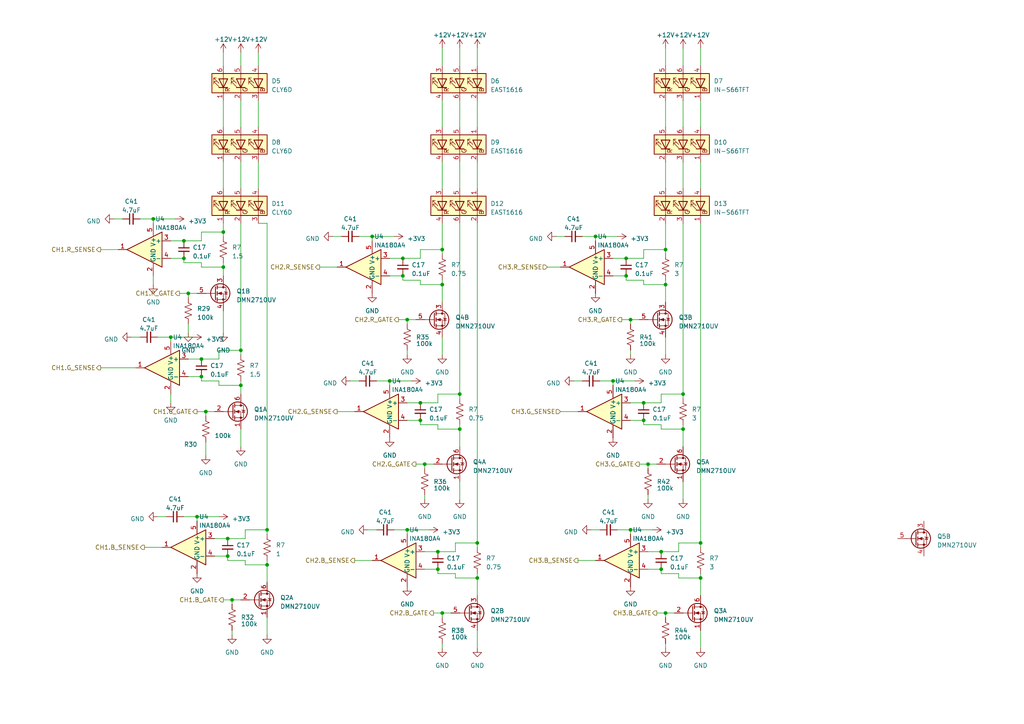
<source format=kicad_sch>
(kicad_sch (version 20230121) (generator eeschema)
  (paper "A4")
  (junction (at 127 160.02))
  (junction (at 203.2 157.48))
  (junction (at 118.11 92.71))
  (junction (at 133.35 114.3))
  (junction (at 138.43 167.64))
  (junction (at 193.04 82.55))
  (junction (at 177.8 110.49))
  (junction (at 172.72 68.58))
  (junction (at 193.04 177.8))
  (junction (at 64.77 67.31))
  (junction (at 69.85 111.76))
  (junction (at 186.69 121.92))
  (junction (at 123.19 134.62))
  (junction (at 53.34 69.85))
  (junction (at 116.84 80.01))
  (junction (at 44.45 63.5))
  (junction (at 107.95 68.58))
  (junction (at 203.2 167.64))
  (junction (at 133.35 124.46))
  (junction (at 77.47 153.67))
  (junction (at 77.47 163.83))
  (junction (at 69.85 101.6))
  (junction (at 128.27 72.39))
  (junction (at 58.42 104.14))
  (junction (at 187.96 134.62))
  (junction (at 127 165.1))
  (junction (at 57.15 149.86))
  (junction (at 54.61 85.09))
  (junction (at 181.61 74.93))
  (junction (at 128.27 82.55))
  (junction (at 58.42 109.22))
  (junction (at 138.43 157.48))
  (junction (at 128.27 177.8))
  (junction (at 191.77 160.02))
  (junction (at 182.88 92.71))
  (junction (at 66.04 156.21))
  (junction (at 121.92 121.92))
  (junction (at 64.77 77.47))
  (junction (at 182.88 153.67))
  (junction (at 118.11 153.67))
  (junction (at 113.03 110.49))
  (junction (at 59.69 119.38))
  (junction (at 198.12 114.3))
  (junction (at 193.04 72.39))
  (junction (at 191.77 165.1))
  (junction (at 66.04 161.29))
  (junction (at 181.61 80.01))
  (junction (at 116.84 74.93))
  (junction (at 121.92 116.84))
  (junction (at 49.53 97.79))
  (junction (at 53.34 74.93))
  (junction (at 198.12 124.46))
  (junction (at 67.31 173.99))
  (junction (at 186.69 116.84))
  (wire (pts (xy 125.73 177.8) (xy 128.27 177.8)))
  (wire (pts (xy 133.35 46.99) (xy 133.35 54.61)))
  (wire (pts (xy 63.5 111.76) (xy 69.85 111.76)))
  (wire (pts (xy 62.23 119.38) (xy 59.69 119.38)))
  (wire (pts (xy 115.57 92.71) (xy 118.11 92.71)))
  (wire (pts (xy 166.37 110.49) (xy 168.91 110.49)))
  (wire (pts (xy 121.92 74.93) (xy 121.92 72.39)))
  (wire (pts (xy 187.96 160.02) (xy 191.77 160.02)))
  (wire (pts (xy 121.92 82.55) (xy 128.27 82.55)))
  (wire (pts (xy 187.96 143.51) (xy 187.96 144.78)))
  (wire (pts (xy 118.11 101.6) (xy 118.11 102.87)))
  (wire (pts (xy 58.42 109.22) (xy 58.42 110.49)))
  (wire (pts (xy 203.2 157.48) (xy 203.2 158.75)))
  (wire (pts (xy 138.43 166.37) (xy 138.43 167.64)))
  (wire (pts (xy 64.77 29.21) (xy 64.77 36.83)))
  (wire (pts (xy 168.91 68.58) (xy 172.72 68.58)))
  (wire (pts (xy 191.77 165.1) (xy 191.77 166.37)))
  (wire (pts (xy 127 166.37) (xy 132.08 166.37)))
  (wire (pts (xy 96.52 68.58) (xy 99.06 68.58)))
  (wire (pts (xy 67.31 173.99) (xy 67.31 175.26)))
  (wire (pts (xy 74.93 15.24) (xy 74.93 19.05)))
  (wire (pts (xy 45.72 97.79) (xy 49.53 97.79)))
  (wire (pts (xy 133.35 124.46) (xy 133.35 129.54)))
  (wire (pts (xy 118.11 153.67) (xy 124.46 153.67)))
  (wire (pts (xy 167.64 162.56) (xy 172.72 162.56)))
  (wire (pts (xy 64.77 90.17) (xy 64.77 96.52)))
  (wire (pts (xy 57.15 119.38) (xy 59.69 119.38)))
  (wire (pts (xy 133.35 114.3) (xy 133.35 115.57)))
  (wire (pts (xy 186.69 123.19) (xy 191.77 123.19)))
  (wire (pts (xy 193.04 177.8) (xy 193.04 179.07)))
  (wire (pts (xy 69.85 111.76) (xy 69.85 114.3)))
  (wire (pts (xy 45.72 149.86) (xy 48.26 149.86)))
  (wire (pts (xy 180.34 92.71) (xy 182.88 92.71)))
  (wire (pts (xy 132.08 167.64) (xy 138.43 167.64)))
  (wire (pts (xy 196.85 160.02) (xy 196.85 157.48)))
  (wire (pts (xy 128.27 13.97) (xy 128.27 19.05)))
  (wire (pts (xy 203.2 166.37) (xy 203.2 167.64)))
  (wire (pts (xy 58.42 67.31) (xy 64.77 67.31)))
  (wire (pts (xy 69.85 46.99) (xy 69.85 54.61)))
  (wire (pts (xy 64.77 64.77) (xy 64.77 67.31)))
  (wire (pts (xy 198.12 123.19) (xy 198.12 124.46)))
  (wire (pts (xy 186.69 121.92) (xy 186.69 123.19)))
  (wire (pts (xy 52.07 85.09) (xy 54.61 85.09)))
  (wire (pts (xy 127 124.46) (xy 133.35 124.46)))
  (wire (pts (xy 182.88 153.67) (xy 189.23 153.67)))
  (wire (pts (xy 58.42 76.2) (xy 58.42 77.47)))
  (wire (pts (xy 177.8 111.76) (xy 177.8 110.49)))
  (wire (pts (xy 193.04 82.55) (xy 193.04 87.63)))
  (wire (pts (xy 77.47 162.56) (xy 77.47 163.83)))
  (wire (pts (xy 63.5 104.14) (xy 63.5 101.6)))
  (wire (pts (xy 138.43 29.21) (xy 138.43 36.83)))
  (wire (pts (xy 114.3 153.67) (xy 118.11 153.67)))
  (wire (pts (xy 130.81 177.8) (xy 128.27 177.8)))
  (wire (pts (xy 128.27 72.39) (xy 128.27 73.66)))
  (wire (pts (xy 121.92 123.19) (xy 127 123.19)))
  (wire (pts (xy 128.27 177.8) (xy 128.27 179.07)))
  (wire (pts (xy 128.27 64.77) (xy 128.27 72.39)))
  (wire (pts (xy 196.85 157.48) (xy 203.2 157.48)))
  (wire (pts (xy 33.02 63.5) (xy 35.56 63.5)))
  (wire (pts (xy 133.35 139.7) (xy 133.35 144.78)))
  (wire (pts (xy 49.53 99.06) (xy 49.53 97.79)))
  (wire (pts (xy 64.77 76.2) (xy 64.77 77.47)))
  (wire (pts (xy 185.42 92.71) (xy 182.88 92.71)))
  (wire (pts (xy 69.85 29.21) (xy 69.85 36.83)))
  (wire (pts (xy 116.84 74.93) (xy 121.92 74.93)))
  (wire (pts (xy 59.69 128.27) (xy 59.69 132.08)))
  (wire (pts (xy 102.87 162.56) (xy 107.95 162.56)))
  (wire (pts (xy 69.85 101.6) (xy 69.85 102.87)))
  (wire (pts (xy 138.43 13.97) (xy 138.43 19.05)))
  (wire (pts (xy 132.08 160.02) (xy 132.08 157.48)))
  (wire (pts (xy 49.53 69.85) (xy 53.34 69.85)))
  (wire (pts (xy 29.21 106.68) (xy 39.37 106.68)))
  (wire (pts (xy 203.2 46.99) (xy 203.2 54.61)))
  (wire (pts (xy 54.61 93.98) (xy 54.61 96.52)))
  (wire (pts (xy 123.19 143.51) (xy 123.19 144.78)))
  (wire (pts (xy 133.35 123.19) (xy 133.35 124.46)))
  (wire (pts (xy 107.95 69.85) (xy 107.95 68.58)))
  (wire (pts (xy 193.04 29.21) (xy 193.04 36.83)))
  (wire (pts (xy 123.19 134.62) (xy 123.19 135.89)))
  (wire (pts (xy 182.88 101.6) (xy 182.88 102.87)))
  (wire (pts (xy 127 116.84) (xy 127 114.3)))
  (wire (pts (xy 77.47 153.67) (xy 77.47 154.94)))
  (wire (pts (xy 41.91 158.75) (xy 46.99 158.75)))
  (wire (pts (xy 186.69 82.55) (xy 193.04 82.55)))
  (wire (pts (xy 29.21 72.39) (xy 34.29 72.39)))
  (wire (pts (xy 107.95 68.58) (xy 114.3 68.58)))
  (wire (pts (xy 138.43 64.77) (xy 138.43 157.48)))
  (wire (pts (xy 186.69 81.28) (xy 186.69 82.55)))
  (wire (pts (xy 64.77 67.31) (xy 64.77 68.58)))
  (wire (pts (xy 66.04 156.21) (xy 71.12 156.21)))
  (wire (pts (xy 181.61 81.28) (xy 186.69 81.28)))
  (wire (pts (xy 186.69 74.93) (xy 186.69 72.39)))
  (wire (pts (xy 182.88 92.71) (xy 182.88 93.98)))
  (wire (pts (xy 177.8 74.93) (xy 181.61 74.93)))
  (wire (pts (xy 198.12 139.7) (xy 198.12 144.78)))
  (wire (pts (xy 53.34 74.93) (xy 53.34 76.2)))
  (wire (pts (xy 125.73 134.62) (xy 123.19 134.62)))
  (wire (pts (xy 57.15 151.13) (xy 57.15 149.86)))
  (wire (pts (xy 77.47 163.83) (xy 77.47 168.91)))
  (wire (pts (xy 185.42 134.62) (xy 187.96 134.62)))
  (wire (pts (xy 118.11 116.84) (xy 121.92 116.84)))
  (wire (pts (xy 66.04 161.29) (xy 66.04 162.56)))
  (wire (pts (xy 120.65 134.62) (xy 123.19 134.62)))
  (wire (pts (xy 186.69 116.84) (xy 191.77 116.84)))
  (wire (pts (xy 181.61 74.93) (xy 186.69 74.93)))
  (wire (pts (xy 44.45 64.77) (xy 44.45 63.5)))
  (wire (pts (xy 193.04 64.77) (xy 193.04 72.39)))
  (wire (pts (xy 187.96 134.62) (xy 187.96 135.89)))
  (wire (pts (xy 133.35 13.97) (xy 133.35 19.05)))
  (wire (pts (xy 77.47 64.77) (xy 77.47 153.67)))
  (wire (pts (xy 203.2 64.77) (xy 203.2 157.48)))
  (wire (pts (xy 203.2 167.64) (xy 203.2 172.72)))
  (wire (pts (xy 128.27 46.99) (xy 128.27 54.61)))
  (wire (pts (xy 132.08 157.48) (xy 138.43 157.48)))
  (wire (pts (xy 128.27 97.79) (xy 128.27 102.87)))
  (wire (pts (xy 71.12 162.56) (xy 71.12 163.83)))
  (wire (pts (xy 190.5 177.8) (xy 193.04 177.8)))
  (wire (pts (xy 69.85 124.46) (xy 69.85 129.54)))
  (wire (pts (xy 69.85 64.77) (xy 69.85 101.6)))
  (wire (pts (xy 118.11 92.71) (xy 118.11 93.98)))
  (wire (pts (xy 138.43 182.88) (xy 138.43 187.96)))
  (wire (pts (xy 63.5 101.6) (xy 69.85 101.6)))
  (wire (pts (xy 128.27 186.69) (xy 128.27 187.96)))
  (wire (pts (xy 71.12 156.21) (xy 71.12 153.67)))
  (wire (pts (xy 57.15 149.86) (xy 63.5 149.86)))
  (wire (pts (xy 71.12 163.83) (xy 77.47 163.83)))
  (wire (pts (xy 193.04 97.79) (xy 193.04 102.87)))
  (wire (pts (xy 58.42 77.47) (xy 64.77 77.47)))
  (wire (pts (xy 113.03 80.01) (xy 116.84 80.01)))
  (wire (pts (xy 49.53 97.79) (xy 55.88 97.79)))
  (wire (pts (xy 121.92 121.92) (xy 121.92 123.19)))
  (wire (pts (xy 198.12 46.99) (xy 198.12 54.61)))
  (wire (pts (xy 101.6 110.49) (xy 104.14 110.49)))
  (wire (pts (xy 123.19 160.02) (xy 127 160.02)))
  (wire (pts (xy 113.03 74.93) (xy 116.84 74.93)))
  (wire (pts (xy 67.31 182.88) (xy 67.31 184.15)))
  (wire (pts (xy 53.34 76.2) (xy 58.42 76.2)))
  (wire (pts (xy 172.72 69.85) (xy 172.72 68.58)))
  (wire (pts (xy 198.12 114.3) (xy 198.12 115.57)))
  (wire (pts (xy 187.96 165.1) (xy 191.77 165.1)))
  (wire (pts (xy 162.56 119.38) (xy 167.64 119.38)))
  (wire (pts (xy 44.45 80.01) (xy 44.45 82.55)))
  (wire (pts (xy 66.04 162.56) (xy 71.12 162.56)))
  (wire (pts (xy 62.23 161.29) (xy 66.04 161.29)))
  (wire (pts (xy 172.72 68.58) (xy 179.07 68.58)))
  (wire (pts (xy 198.12 124.46) (xy 198.12 129.54)))
  (wire (pts (xy 203.2 29.21) (xy 203.2 36.83)))
  (wire (pts (xy 74.93 46.99) (xy 74.93 54.61)))
  (wire (pts (xy 133.35 64.77) (xy 133.35 114.3)))
  (wire (pts (xy 182.88 116.84) (xy 186.69 116.84)))
  (wire (pts (xy 127 114.3) (xy 133.35 114.3)))
  (wire (pts (xy 116.84 81.28) (xy 121.92 81.28)))
  (wire (pts (xy 138.43 157.48) (xy 138.43 158.75)))
  (wire (pts (xy 106.68 153.67) (xy 109.22 153.67)))
  (wire (pts (xy 121.92 116.84) (xy 127 116.84)))
  (wire (pts (xy 177.8 110.49) (xy 184.15 110.49)))
  (wire (pts (xy 113.03 110.49) (xy 119.38 110.49)))
  (wire (pts (xy 138.43 46.99) (xy 138.43 54.61)))
  (wire (pts (xy 54.61 109.22) (xy 58.42 109.22)))
  (wire (pts (xy 121.92 81.28) (xy 121.92 82.55)))
  (wire (pts (xy 133.35 29.21) (xy 133.35 36.83)))
  (wire (pts (xy 64.77 15.24) (xy 64.77 19.05)))
  (wire (pts (xy 104.14 68.58) (xy 107.95 68.58)))
  (wire (pts (xy 121.92 72.39) (xy 128.27 72.39)))
  (wire (pts (xy 64.77 46.99) (xy 64.77 54.61)))
  (wire (pts (xy 193.04 72.39) (xy 193.04 73.66)))
  (wire (pts (xy 127 160.02) (xy 132.08 160.02)))
  (wire (pts (xy 120.65 92.71) (xy 118.11 92.71)))
  (wire (pts (xy 179.07 153.67) (xy 182.88 153.67)))
  (wire (pts (xy 40.64 63.5) (xy 44.45 63.5)))
  (wire (pts (xy 190.5 134.62) (xy 187.96 134.62)))
  (wire (pts (xy 198.12 13.97) (xy 198.12 19.05)))
  (wire (pts (xy 191.77 124.46) (xy 198.12 124.46)))
  (wire (pts (xy 69.85 15.24) (xy 69.85 19.05)))
  (wire (pts (xy 191.77 114.3) (xy 198.12 114.3)))
  (wire (pts (xy 49.53 74.93) (xy 53.34 74.93)))
  (wire (pts (xy 54.61 104.14) (xy 58.42 104.14)))
  (wire (pts (xy 77.47 64.77) (xy 74.93 64.77)))
  (wire (pts (xy 118.11 121.92) (xy 121.92 121.92)))
  (wire (pts (xy 109.22 110.49) (xy 113.03 110.49)))
  (wire (pts (xy 44.45 63.5) (xy 50.8 63.5)))
  (wire (pts (xy 116.84 80.01) (xy 116.84 81.28)))
  (wire (pts (xy 193.04 81.28) (xy 193.04 82.55)))
  (wire (pts (xy 118.11 154.94) (xy 118.11 153.67)))
  (wire (pts (xy 132.08 166.37) (xy 132.08 167.64)))
  (wire (pts (xy 69.85 173.99) (xy 67.31 173.99)))
  (wire (pts (xy 196.85 167.64) (xy 203.2 167.64)))
  (wire (pts (xy 58.42 110.49) (xy 63.5 110.49)))
  (wire (pts (xy 59.69 119.38) (xy 59.69 120.65)))
  (wire (pts (xy 63.5 110.49) (xy 63.5 111.76)))
  (wire (pts (xy 191.77 123.19) (xy 191.77 124.46)))
  (wire (pts (xy 196.85 166.37) (xy 196.85 167.64)))
  (wire (pts (xy 97.79 119.38) (xy 102.87 119.38)))
  (wire (pts (xy 186.69 72.39) (xy 193.04 72.39)))
  (wire (pts (xy 53.34 69.85) (xy 58.42 69.85)))
  (wire (pts (xy 64.77 77.47) (xy 64.77 80.01)))
  (wire (pts (xy 138.43 167.64) (xy 138.43 172.72)))
  (wire (pts (xy 64.77 173.99) (xy 67.31 173.99)))
  (wire (pts (xy 113.03 111.76) (xy 113.03 110.49)))
  (wire (pts (xy 128.27 29.21) (xy 128.27 36.83)))
  (wire (pts (xy 182.88 154.94) (xy 182.88 153.67)))
  (wire (pts (xy 177.8 80.01) (xy 181.61 80.01)))
  (wire (pts (xy 49.53 114.3) (xy 49.53 116.84)))
  (wire (pts (xy 127 123.19) (xy 127 124.46)))
  (wire (pts (xy 193.04 46.99) (xy 193.04 54.61)))
  (wire (pts (xy 198.12 29.21) (xy 198.12 36.83)))
  (wire (pts (xy 173.99 110.49) (xy 177.8 110.49)))
  (wire (pts (xy 58.42 104.14) (xy 63.5 104.14)))
  (wire (pts (xy 92.71 77.47) (xy 97.79 77.47)))
  (wire (pts (xy 128.27 82.55) (xy 128.27 87.63)))
  (wire (pts (xy 158.75 77.47) (xy 162.56 77.47)))
  (wire (pts (xy 58.42 69.85) (xy 58.42 67.31)))
  (wire (pts (xy 69.85 110.49) (xy 69.85 111.76)))
  (wire (pts (xy 62.23 156.21) (xy 66.04 156.21)))
  (wire (pts (xy 195.58 177.8) (xy 193.04 177.8)))
  (wire (pts (xy 38.1 97.79) (xy 40.64 97.79)))
  (wire (pts (xy 181.61 80.01) (xy 181.61 81.28)))
  (wire (pts (xy 193.04 13.97) (xy 193.04 19.05)))
  (wire (pts (xy 128.27 81.28) (xy 128.27 82.55)))
  (wire (pts (xy 161.29 68.58) (xy 163.83 68.58)))
  (wire (pts (xy 203.2 182.88) (xy 203.2 187.96)))
  (wire (pts (xy 191.77 166.37) (xy 196.85 166.37)))
  (wire (pts (xy 191.77 160.02) (xy 196.85 160.02)))
  (wire (pts (xy 57.15 85.09) (xy 54.61 85.09)))
  (wire (pts (xy 54.61 85.09) (xy 54.61 86.36)))
  (wire (pts (xy 193.04 186.69) (xy 193.04 187.96)))
  (wire (pts (xy 127 165.1) (xy 127 166.37)))
  (wire (pts (xy 171.45 153.67) (xy 173.99 153.67)))
  (wire (pts (xy 53.34 149.86) (xy 57.15 149.86)))
  (wire (pts (xy 191.77 116.84) (xy 191.77 114.3)))
  (wire (pts (xy 74.93 29.21) (xy 74.93 36.83)))
  (wire (pts (xy 71.12 153.67) (xy 77.47 153.67)))
  (wire (pts (xy 182.88 121.92) (xy 186.69 121.92)))
  (wire (pts (xy 123.19 165.1) (xy 127 165.1)))
  (wire (pts (xy 198.12 64.77) (xy 198.12 114.3)))
  (wire (pts (xy 203.2 13.97) (xy 203.2 19.05)))
  (wire (pts (xy 77.47 179.07) (xy 77.47 184.15)))
  (hierarchical_label "CH2.R_SENSE" (shape output) (at 92.71 77.47 180))
  (hierarchical_label "CH2.B_SENSE" (shape output) (at 102.87 162.56 180))
  (hierarchical_label "CH3.B_GATE" (shape output) (at 190.5 177.8 180))
  (hierarchical_label "CH1.B_GATE" (shape output) (at 64.77 173.99 180))
  (hierarchical_label "CH1.G_GATE" (shape output) (at 57.15 119.38 180))
  (hierarchical_label "CH3.G_SENSE" (shape input) (at 162.56 119.38 180))
  (hierarchical_label "CH3.B_SENSE" (shape output) (at 167.64 162.56 180))
  (hierarchical_label "CH3.R_SENSE" (shape input) (at 158.75 77.47 180))
  (hierarchical_label "CH2.B_GATE" (shape output) (at 125.73 177.8 180))
  (hierarchical_label "CH1.B_SENSE" (shape output) (at 41.91 158.75 180))
  (hierarchical_label "CH3.G_GATE" (shape output) (at 185.42 134.62 180))
  (hierarchical_label "CH1.R_GATE" (shape output) (at 52.07 85.09 180))
  (hierarchical_label "CH3.R_GATE" (shape output) (at 180.34 92.71 180))
  (hierarchical_label "CH2.G_SENSE" (shape output) (at 97.79 119.38 180))
  (hierarchical_label "CH1.R_SENSE" (shape output) (at 29.21 72.39 180))
  (hierarchical_label "CH1.G_SENSE" (shape output) (at 29.21 106.68 180))
  (hierarchical_label "CH2.R_GATE" (shape output) (at 115.57 92.71 180))
  (hierarchical_label "CH2.G_GATE" (shape output) (at 120.65 134.62 180))
  (symbol (lib_id "Device:C_Small") (at 101.6 68.58 90) (unit 1)
    (property "Reference" "C41" (at 101.6063 63.5 90))
    (property "Value" "4.7uF" (at 101.6063 66.04 90))
    (property "Footprint" "Capacitor_SMD:C_0603_1608Metric_Pad1.08x0.95mm_HandSolder" (effects hide))
    (property "MPN" "CL10A475KO8NNNC" (effects hide))
    (instances (project "lights-board-01" (path "" (reference "C41") (unit 1)) (path "" (reference "C23") (unit 1))))
  )
  (symbol (lib_id "Device:C_Small") (at 106.68 110.49 90) (unit 1)
    (property "Reference" "C41" (at 106.6863 105.41 90))
    (property "Value" "4.7uF" (at 106.6863 107.95 90))
    (property "Footprint" "Capacitor_SMD:C_0603_1608Metric_Pad1.08x0.95mm_HandSolder" (effects hide))
    (property "MPN" "CL10A475KO8NNNC" (effects hide))
    (instances (project "lights-board-01" (path "" (reference "C41") (unit 1)) (path "" (reference "C24") (unit 1))))
  )
  (symbol (lib_id "power:+3V3") (at 114.3 68.58 270) (unit 1)
    (property "Reference" "#PWR095" (effects hide))
    (property "Value" "+3V3" (at 118.11 69.215 90) (effects (justify left)))
  )
  (symbol (lib_id "power:GND") (at 57.15 166.37 0) (unit 1)
    (property "Reference" "#PWR080" (effects hide))
    (property "Value" "GND" (at 57.15 171.45 0))
  )
  (symbol (lib_id "Device:C_Small") (at 66.04 158.75 0) (unit 1)
    (property "Reference" "C17" (at 68.58 158.1213 0) (effects (justify left)))
    (property "Value" "0.1uF" (at 68.58 160.6613 0) (effects (justify left)))
    (property "Footprint" "Capacitor_SMD:C_0603_1608Metric_Pad1.08x0.95mm_HandSolder" (effects hide))
    (property "Datasheet" "https://datasheets.kyocera-avx.com/KGM_X7R.pdf" (effects hide))
    (property "MPN" "KGM15BR71H104KT" (effects hide))
    (instances (project "lights-board-01" (path "" (reference "C17") (unit 1)) (path "" (reference "C22") (unit 1))))
  )
  (symbol (lib_id "Device:Q_Dual_NMOS_S1G1D2S2G2D1") (at 200.66 177.8 0) (unit 1)
    (property "Reference" "Q3" (at 207.01 177.165 0) (effects (justify left)))
    (property "Value" "DMN2710UV" (at 207.01 179.705 0) (effects (justify left)))
    (property "Footprint" "Package_TO_SOT_SMD:SOT-563" (effects hide))
    (property "Datasheet" "https://www.diodes.com/assets/Datasheets/DMN2710UV.pdf" (effects hide))
    (property "MPN" "DMN2710UV-7" (effects hide))
    (instances (project "lights-board-01" (path "" (reference "Q3") (unit 1)) (path "" (reference "Q9") (unit 1)) (path "" (reference "Q10") (unit 1))))
  )
  (symbol (lib_id "power:GND") (at 193.04 187.96 0) (unit 1)
    (property "Reference" "#PWR0121" (effects hide))
    (property "Value" "GND" (at 193.04 193.04 0))
  )
  (symbol (lib_id "Device:Q_Dual_NMOS_S1G1D2S2G2D1") (at 265.43 156.21 0) (unit 2)
    (property "Reference" "Q5" (at 271.78 155.575 0) (effects (justify left)))
    (property "Value" "DMN2710UV" (at 271.78 158.115 0) (effects (justify left)))
    (property "Footprint" "Package_TO_SOT_SMD:SOT-563" (effects hide))
    (property "Datasheet" "https://www.diodes.com/assets/Datasheets/DMN2710UV.pdf" (effects hide))
    (property "MPN" "DMN2710UV-7" (effects hide))
    (instances (project "lights-board-01" (path "" (reference "Q5") (unit 2)) (path "" (reference "Q10") (unit 2)) (path "" (reference "Q9") (unit 2))))
  )
  (symbol (lib_id "Device:R_US") (at 123.19 139.7 0) (unit 1)
    (property "Reference" "R36" (at 125.73 139.7 0) (effects (justify left)))
    (property "Value" "100k" (at 125.73 141.605 0) (effects (justify left)))
    (property "Footprint" "Resistor_SMD:R_0402_1005Metric_Pad0.72x0.64mm_HandSolder" (effects hide))
    (property "MPN" "RC0402FR-07100KL" (effects hide))
  )
  (symbol (lib_id "power:GND") (at 133.35 144.78 0) (unit 1)
    (property "Reference" "#PWR0105" (effects hide))
    (property "Value" "GND" (at 133.35 149.86 0))
  )
  (symbol (lib_id "Circuit-Craft:LED_RGB_EAST") (at 133.35 41.91 90) (unit 1)
    (property "Reference" "D9" (at 142.24 41.275 90) (effects (justify right)))
    (property "Value" "EAST1616" (at 142.24 43.815 90) (effects (justify right)))
    (property "Footprint" "Circuit-Craft:LED_RGB_EAST_PLCC-6" (effects hide))
    (property "MPN" "EAST1616RGBA8" (effects hide))
    (instances (project "lights-board-01" (path "" (reference "D9") (unit 1)) (path "" (reference "D21") (unit 1)) (path "" (reference "D17") (unit 1))))
  )
  (symbol (lib_id "Circuit-Craft:LED_RGB_Inolux") (at 198.12 41.91 90) (unit 1)
    (property "Reference" "D10" (at 207.01 41.275 90) (effects (justify right)))
    (property "Value" "IN-S66TFT" (at 207.01 43.815 90) (effects (justify right)))
    (property "Footprint" "Circuit-Craft:LED_RGB_Inolux_PLCC-6" (effects hide))
    (property "Datasheet" "https://www.inolux-corp.com/datasheet/SMDLED/RGB%20Top%20View/IN-S66TFT5R5G5B_V1.0.pdf" (effects hide))
    (property "MPN" "IN-S66TFT5R5G5B" (effects hide))
    (instances (project "lights-board-01" (path "" (reference "D10") (unit 1)) (path "" (reference "D22") (unit 1)) (path "" (reference "D20") (unit 1))))
  )
  (symbol (lib_id "Amplifier_Current:INA180A4") (at 105.41 77.47 0) (mirror y) (unit 1)
    (property "Reference" "U4" (at 108.5341 68.58 0) (effects (justify right)))
    (property "Value" "INA180A4" (at 108.5341 71.12 0) (effects (justify right)))
    (property "Footprint" "Package_TO_SOT_SMD:SOT-23-5" (effects hide))
    (property "Datasheet" "http://www.ti.com/lit/ds/symlink/ina180.pdf" (effects hide))
    (property "MPN" "INA180A4IDBVR" (effects hide))
    (instances (project "lights-board-01" (path "" (reference "U4") (unit 1)) (path "" (reference "U6") (unit 1))))
  )
  (symbol (lib_id "Device:R_US") (at 187.96 139.7 0) (unit 1)
    (property "Reference" "R42" (at 190.5 139.7 0) (effects (justify left)))
    (property "Value" "100k" (at 190.5 141.605 0) (effects (justify left)))
    (property "Footprint" "Resistor_SMD:R_0402_1005Metric_Pad0.72x0.64mm_HandSolder" (effects hide))
    (property "MPN" "RC0402FR-07100KL" (effects hide))
  )
  (symbol (lib_id "Device:R_US") (at 203.2 162.56 0) (unit 1)
    (property "Reference" "R7" (at 205.74 161.925 0) (effects (justify left)))
    (property "Value" "3" (at 205.74 164.465 0) (effects (justify left)))
    (property "Footprint" "Resistor_SMD:R_0805_2012Metric_Pad1.20x1.40mm_HandSolder" (effects hide))
    (property "MPN" "RC0805FR-073RL" (effects hide))
    (instances (project "lights-board-01" (path "" (reference "R7") (unit 1)) (path "" (reference "R16") (unit 1)) (path "" (reference "R46") (unit 1))))
  )
  (symbol (lib_id "Amplifier_Current:INA180A4") (at 46.99 106.68 0) (mirror y) (unit 1)
    (property "Reference" "U4" (at 50.1141 97.79 0) (effects (justify right)))
    (property "Value" "INA180A4" (at 50.1141 100.33 0) (effects (justify right)))
    (property "Footprint" "Package_TO_SOT_SMD:SOT-23-5" (effects hide))
    (property "Datasheet" "http://www.ti.com/lit/ds/symlink/ina180.pdf" (effects hide))
    (property "MPN" "INA180A4IDBVR" (effects hide))
  )
  (symbol (lib_id "Amplifier_Current:INA180A4") (at 41.91 72.39 0) (mirror y) (unit 1)
    (property "Reference" "U4" (at 45.0341 63.5 0) (effects (justify right)))
    (property "Value" "INA180A4" (at 45.0341 66.04 0) (effects (justify right)))
    (property "Footprint" "Package_TO_SOT_SMD:SOT-23-5" (effects hide))
    (property "Datasheet" "http://www.ti.com/lit/ds/symlink/ina180.pdf" (effects hide))
    (property "MPN" "INA180A4IDBVR" (effects hide))
    (instances (project "lights-board-01" (path "" (reference "U4") (unit 1)) (path "" (reference "U3") (unit 1))))
  )
  (symbol (lib_id "Device:Q_Dual_NMOS_S1G1D2S2G2D1") (at 74.93 173.99 0) (unit 1)
    (property "Reference" "Q2" (at 81.28 173.355 0) (effects (justify left)))
    (property "Value" "DMN2710UV" (at 81.28 175.895 0) (effects (justify left)))
    (property "Footprint" "Package_TO_SOT_SMD:SOT-563" (effects hide))
    (property "Datasheet" "https://www.diodes.com/assets/Datasheets/DMN2710UV.pdf" (effects hide))
    (property "MPN" "DMN2710UV-7" (effects hide))
    (instances (project "lights-board-01" (path "" (reference "Q2") (unit 1)) (path "" (reference "Q7") (unit 1)) (path "" (reference "Q7") (unit 1))))
  )
  (symbol (lib_id "power:GND") (at 38.1 97.79 270) (unit 1)
    (property "Reference" "#PWR073" (effects hide))
    (property "Value" "GND" (at 34.29 98.425 90) (effects (justify right)))
  )
  (symbol (lib_id "Amplifier_Current:INA180A4") (at 110.49 119.38 0) (mirror y) (unit 1)
    (property "Reference" "U4" (at 113.6141 110.49 0) (effects (justify right)))
    (property "Value" "INA180A4" (at 113.6141 113.03 0) (effects (justify right)))
    (property "Footprint" "Package_TO_SOT_SMD:SOT-23-5" (effects hide))
    (property "Datasheet" "http://www.ti.com/lit/ds/symlink/ina180.pdf" (effects hide))
    (property "MPN" "INA180A4IDBVR" (effects hide))
    (instances (project "lights-board-01" (path "" (reference "U4") (unit 1)) (path "" (reference "U7") (unit 1))))
  )
  (symbol (lib_id "power:GND") (at 187.96 144.78 0) (unit 1)
    (property "Reference" "#PWR0117" (effects hide))
    (property "Value" "GND" (at 187.96 149.86 0))
  )
  (symbol (lib_id "Device:LED_RGB") (at 69.85 24.13 90) (unit 1)
    (property "Reference" "D5" (at 78.74 23.495 90) (effects (justify right)))
    (property "Value" "CLY6D" (at 78.74 26.035 90) (effects (justify right)))
    (property "Footprint" "Circuit-Craft:CLY6D" (effects hide))
    (property "Datasheet" "https://downloads.cree-led.com/files/ds/h/HB-CLY6D-FKC.pdf" (effects hide))
    (property "MPN" "CLY6D-FKC-CK1N1D1BB7D3D3" (effects hide))
    (instances (project "lights-board-01" (path "" (reference "D5") (unit 1)) (path "" (reference "D17") (unit 1)) (path "" (reference "D13") (unit 1))))
  )
  (symbol (lib_id "power:GND") (at 128.27 102.87 0) (unit 1)
    (property "Reference" "#PWR0102" (effects hide))
    (property "Value" "GND" (at 128.27 107.95 0))
  )
  (symbol (lib_id "Device:R_US") (at 138.43 162.56 0) (unit 1)
    (property "Reference" "R7" (at 140.97 161.925 0) (effects (justify left)))
    (property "Value" "0.75" (at 140.97 164.465 0) (effects (justify left)))
    (property "Footprint" "Resistor_SMD:R_0805_2012Metric_Pad1.20x1.40mm_HandSolder" (effects hide))
    (property "MPN" "RL0805FR-070R75L" (effects hide))
    (instances (project "lights-board-01" (path "" (reference "R7") (unit 1)) (path "" (reference "R16") (unit 1)) (path "" (reference "R40") (unit 1))))
  )
  (symbol (lib_id "Device:C_Small") (at 166.37 68.58 90) (unit 1)
    (property "Reference" "C41" (at 166.3763 63.5 90))
    (property "Value" "4.7uF" (at 166.3763 66.04 90))
    (property "Footprint" "Capacitor_SMD:C_0603_1608Metric_Pad1.08x0.95mm_HandSolder" (effects hide))
    (property "MPN" "CL10A475KO8NNNC" (effects hide))
    (instances (project "lights-board-01" (path "" (reference "C41") (unit 1)) (path "" (reference "C29") (unit 1))))
  )
  (symbol (lib_id "Amplifier_Current:INA180A4") (at 54.61 158.75 0) (mirror y) (unit 1)
    (property "Reference" "U4" (at 57.7341 149.86 0) (effects (justify right)))
    (property "Value" "INA180A4" (at 57.7341 152.4 0) (effects (justify right)))
    (property "Footprint" "Package_TO_SOT_SMD:SOT-23-5" (effects hide))
    (property "Datasheet" "http://www.ti.com/lit/ds/symlink/ina180.pdf" (effects hide))
    (property "MPN" "INA180A4IDBVR" (effects hide))
    (instances (project "lights-board-01" (path "" (reference "U4") (unit 1)) (path "" (reference "U5") (unit 1))))
  )
  (symbol (lib_id "Device:Q_Dual_NMOS_S1G1D2S2G2D1") (at 190.5 92.71 0) (unit 2)
    (property "Reference" "Q3" (at 196.85 92.075 0) (effects (justify left)))
    (property "Value" "DMN2710UV" (at 196.85 94.615 0) (effects (justify left)))
    (property "Footprint" "Package_TO_SOT_SMD:SOT-563" (effects hide))
    (property "Datasheet" "https://www.diodes.com/assets/Datasheets/DMN2710UV.pdf" (effects hide))
    (property "MPN" "DMN2710UV-7" (effects hide))
    (instances (project "lights-board-01" (path "" (reference "Q3") (unit 2)) (path "" (reference "Q9") (unit 2)) (path "" (reference "Q10") (unit 2))))
  )
  (symbol (lib_id "Device:C_Small") (at 176.53 153.67 90) (unit 1)
    (property "Reference" "C41" (at 176.5363 148.59 90))
    (property "Value" "4.7uF" (at 176.5363 151.13 90))
    (property "Footprint" "Capacitor_SMD:C_0603_1608Metric_Pad1.08x0.95mm_HandSolder" (effects hide))
    (property "MPN" "CL10A475KO8NNNC" (effects hide))
    (instances (project "lights-board-01" (path "" (reference "C41") (unit 1)) (path "" (reference "C31") (unit 1))))
  )
  (symbol (lib_id "Amplifier_Current:INA180A4") (at 175.26 119.38 0) (mirror y) (unit 1)
    (property "Reference" "U4" (at 178.3841 110.49 0) (effects (justify right)))
    (property "Value" "INA180A4" (at 178.3841 113.03 0) (effects (justify right)))
    (property "Footprint" "Package_TO_SOT_SMD:SOT-23-5" (effects hide))
    (property "Datasheet" "http://www.ti.com/lit/ds/symlink/ina180.pdf" (effects hide))
    (property "MPN" "INA180A4IDBVR" (effects hide))
    (instances (project "lights-board-01" (path "" (reference "U4") (unit 1)) (path "" (reference "U10") (unit 1))))
  )
  (symbol (lib_id "Circuit-Craft:LED_RGB_Inolux") (at 198.12 24.13 90) (unit 1)
    (property "Reference" "D7" (at 207.01 23.495 90) (effects (justify right)))
    (property "Value" "IN-S66TFT" (at 207.01 26.035 90) (effects (justify right)))
    (property "Footprint" "Circuit-Craft:LED_RGB_Inolux_PLCC-6" (effects hide))
    (property "Datasheet" "https://www.inolux-corp.com/datasheet/SMDLED/RGB%20Top%20View/IN-S66TFT5R5G5B_V1.0.pdf" (effects hide))
    (property "MPN" "IN-S66TFT5R5G5B" (effects hide))
    (instances (project "lights-board-01" (path "" (reference "D7") (unit 1)) (path "" (reference "D19") (unit 1)) (path "" (reference "D19") (unit 1))))
  )
  (symbol (lib_id "power:GND") (at 64.77 96.52 0) (unit 1)
    (property "Reference" "#PWR084" (effects hide))
    (property "Value" "GND" (at 64.77 101.6 0))
  )
  (symbol (lib_id "Device:Q_Dual_NMOS_S1G1D2S2G2D1") (at 62.23 85.09 0) (unit 2)
    (property "Reference" "Q1" (at 68.58 84.455 0) (effects (justify left)))
    (property "Value" "DMN2710UV" (at 68.58 86.995 0) (effects (justify left)))
    (property "Footprint" "Package_TO_SOT_SMD:SOT-563" (effects hide))
    (property "Datasheet" "https://www.diodes.com/assets/Datasheets/DMN2710UV.pdf" (effects hide))
    (property "MPN" "DMN2710UV-7" (effects hide))
    (instances (project "lights-board-01" (path "" (reference "Q1") (unit 2)) (path "" (reference "Q6") (unit 2)) (path "" (reference "Q6") (unit 2))))
  )
  (symbol (lib_id "Device:R_US") (at 118.11 97.79 0) (unit 1)
    (property "Reference" "R35" (at 120.65 97.79 0) (effects (justify left)))
    (property "Value" "100k" (at 120.65 99.695 0) (effects (justify left)))
    (property "Footprint" "Resistor_SMD:R_0402_1005Metric_Pad0.72x0.64mm_HandSolder" (effects hide))
    (property "MPN" "RC0402FR-07100KL" (effects hide))
  )
  (symbol (lib_id "Device:R_US") (at 133.35 119.38 0) (unit 1)
    (property "Reference" "R7" (at 135.89 118.745 0) (effects (justify left)))
    (property "Value" "0.75" (at 135.89 121.285 0) (effects (justify left)))
    (property "Footprint" "Resistor_SMD:R_0805_2012Metric_Pad1.20x1.40mm_HandSolder" (effects hide))
    (property "MPN" "RL0805FR-070R75L" (effects hide))
    (instances (project "lights-board-01" (path "" (reference "R7") (unit 1)) (path "" (reference "R16") (unit 1)) (path "" (reference "R39") (unit 1))))
  )
  (symbol (lib_id "Device:R_US") (at 67.31 179.07 0) (unit 1)
    (property "Reference" "R32" (at 69.85 179.07 0) (effects (justify left)))
    (property "Value" "100k" (at 69.85 180.975 0) (effects (justify left)))
    (property "Footprint" "Resistor_SMD:R_0402_1005Metric_Pad0.72x0.64mm_HandSolder" (effects hide))
    (property "MPN" "RC0402FR-07100KL" (effects hide))
  )
  (symbol (lib_id "Device:C_Small") (at 111.76 153.67 90) (unit 1)
    (property "Reference" "C41" (at 111.7663 148.59 90))
    (property "Value" "4.7uF" (at 111.7663 151.13 90))
    (property "Footprint" "Capacitor_SMD:C_0603_1608Metric_Pad1.08x0.95mm_HandSolder" (effects hide))
    (property "MPN" "CL10A475KO8NNNC" (effects hide))
    (instances (project "lights-board-01" (path "" (reference "C41") (unit 1)) (path "" (reference "C25") (unit 1))))
  )
  (symbol (lib_id "Device:R_US") (at 64.77 72.39 0) (unit 1)
    (property "Reference" "R7" (at 67.31 71.755 0) (effects (justify left)))
    (property "Value" "1.5" (at 67.31 74.295 0) (effects (justify left)))
    (property "Footprint" "Resistor_SMD:R_0805_2012Metric_Pad1.20x1.40mm_HandSolder" (effects hide))
    (property "MPN" "RC0805FR-071R5L" (effects hide))
    (instances (project "lights-board-01" (path "" (reference "R7") (unit 1)) (path "" (reference "R16") (unit 1)) (path "" (reference "R31") (unit 1))))
  )
  (symbol (lib_id "Device:Q_Dual_NMOS_S1G1D2S2G2D1") (at 195.58 134.62 0) (unit 1)
    (property "Reference" "Q5" (at 201.93 133.985 0) (effects (justify left)))
    (property "Value" "DMN2710UV" (at 201.93 136.525 0) (effects (justify left)))
    (property "Footprint" "Package_TO_SOT_SMD:SOT-563" (effects hide))
    (property "Datasheet" "https://www.diodes.com/assets/Datasheets/DMN2710UV.pdf" (effects hide))
    (property "MPN" "DMN2710UV-7" (effects hide))
    (instances (project "lights-board-01" (path "" (reference "Q5") (unit 1)) (path "" (reference "Q10") (unit 1)) (path "" (reference "Q9") (unit 1))))
  )
  (symbol (lib_id "power:+12V") (at 128.27 13.97 0) (unit 1)
    (property "Reference" "#PWR0101" (effects hide))
    (property "Value" "+12V" (at 128.27 10.16 0))
  )
  (symbol (lib_id "power:+3V3") (at 63.5 149.86 270) (unit 1)
    (property "Reference" "#PWR082" (effects hide))
    (property "Value" "+3V3" (at 67.31 150.495 90) (effects (justify left)))
  )
  (symbol (lib_id "power:GND") (at 198.12 144.78 0) (unit 1)
    (property "Reference" "#PWR0123" (effects hide))
    (property "Value" "GND" (at 198.12 149.86 0))
  )
  (symbol (lib_id "power:GND") (at 113.03 127 0) (unit 1)
    (property "Reference" "#PWR094" (effects hide))
    (property "Value" "GND" (at 113.03 132.08 0))
  )
  (symbol (lib_id "power:+12V") (at 138.43 13.97 0) (unit 1)
    (property "Reference" "#PWR0106" (effects hide))
    (property "Value" "+12V" (at 138.43 10.16 0))
  )
  (symbol (lib_id "power:GND") (at 182.88 102.87 0) (unit 1)
    (property "Reference" "#PWR0114" (effects hide))
    (property "Value" "GND" (at 182.88 107.95 0))
  )
  (symbol (lib_id "Device:C_Small") (at 50.8 149.86 90) (unit 1)
    (property "Reference" "C41" (at 50.8063 144.78 90))
    (property "Value" "4.7uF" (at 50.8063 147.32 90))
    (property "Footprint" "Capacitor_SMD:C_0603_1608Metric_Pad1.08x0.95mm_HandSolder" (effects hide))
    (property "MPN" "CL10A475KO8NNNC" (effects hide))
    (instances (project "lights-board-01" (path "" (reference "C41") (unit 1)) (path "" (reference "C19") (unit 1))))
  )
  (symbol (lib_id "power:+3V3") (at 50.8 63.5 270) (unit 1)
    (property "Reference" "#PWR077" (effects hide))
    (property "Value" "+3V3" (at 54.61 64.135 90) (effects (justify left)))
  )
  (symbol (lib_id "power:+3V3") (at 179.07 68.58 270) (unit 1)
    (property "Reference" "#PWR0113" (effects hide))
    (property "Value" "+3V3" (at 182.88 69.215 90) (effects (justify left)))
  )
  (symbol (lib_id "power:+12V") (at 193.04 13.97 0) (unit 1)
    (property "Reference" "#PWR0119" (effects hide))
    (property "Value" "+12V" (at 193.04 10.16 0))
  )
  (symbol (lib_id "power:GND") (at 107.95 85.09 0) (unit 1)
    (property "Reference" "#PWR093" (effects hide))
    (property "Value" "GND" (at 107.95 90.17 0))
  )
  (symbol (lib_id "power:GND") (at 128.27 187.96 0) (unit 1)
    (property "Reference" "#PWR0103" (effects hide))
    (property "Value" "GND" (at 128.27 193.04 0))
  )
  (symbol (lib_id "Device:Q_Dual_NMOS_S1G1D2S2G2D1") (at 135.89 177.8 0) (unit 2)
    (property "Reference" "Q2" (at 142.24 177.165 0) (effects (justify left)))
    (property "Value" "DMN2710UV" (at 142.24 179.705 0) (effects (justify left)))
    (property "Footprint" "Package_TO_SOT_SMD:SOT-563" (effects hide))
    (property "Datasheet" "https://www.diodes.com/assets/Datasheets/DMN2710UV.pdf" (effects hide))
    (property "MPN" "DMN2710UV-7" (effects hide))
    (instances (project "lights-board-01" (path "" (reference "Q2") (unit 2)) (path "" (reference "Q7") (unit 2)) (path "" (reference "Q7") (unit 2))))
  )
  (symbol (lib_id "Device:Q_Dual_NMOS_S1G1D2S2G2D1") (at 67.31 119.38 0) (unit 1)
    (property "Reference" "Q1" (at 73.66 118.745 0) (effects (justify left)))
    (property "Value" "DMN2710UV" (at 73.66 121.285 0) (effects (justify left)))
    (property "Footprint" "Package_TO_SOT_SMD:SOT-563" (effects hide))
    (property "Datasheet" "https://www.diodes.com/assets/Datasheets/DMN2710UV.pdf" (effects hide))
    (property "MPN" "DMN2710UV-7" (effects hide))
    (instances (project "lights-board-01" (path "" (reference "Q1") (unit 1)) (path "" (reference "Q6") (unit 1)) (path "" (reference "Q6") (unit 1))))
  )
  (symbol (lib_id "Device:R_US") (at 193.04 182.88 0) (unit 1)
    (property "Reference" "R44" (at 195.58 182.88 0) (effects (justify left)))
    (property "Value" "100k" (at 195.58 184.785 0) (effects (justify left)))
    (property "Footprint" "Resistor_SMD:R_0402_1005Metric_Pad0.72x0.64mm_HandSolder" (effects hide))
    (property "MPN" "RC0402FR-07100KL" (effects hide))
  )
  (symbol (lib_id "power:GND") (at 77.47 184.15 0) (unit 1)
    (property "Reference" "#PWR089" (effects hide))
    (property "Value" "GND" (at 77.47 189.23 0))
  )
  (symbol (lib_id "Device:LED_RGB") (at 69.85 59.69 90) (unit 1)
    (property "Reference" "D11" (at 78.74 59.055 90) (effects (justify right)))
    (property "Value" "CLY6D" (at 78.74 61.595 90) (effects (justify right)))
    (property "Footprint" "Circuit-Craft:CLY6D" (effects hide))
    (property "Datasheet" "https://downloads.cree-led.com/files/ds/h/HB-CLY6D-FKC.pdf" (effects hide))
    (property "MPN" "CLY6D-FKC-CK1N1D1BB7D3D3" (effects hide))
    (instances (project "lights-board-01" (path "" (reference "D11") (unit 1)) (path "" (reference "D23") (unit 1)) (path "" (reference "D15") (unit 1))))
  )
  (symbol (lib_id "Device:C_Small") (at 38.1 63.5 90) (unit 1)
    (property "Reference" "C41" (at 38.1063 58.42 90))
    (property "Value" "4.7uF" (at 38.1063 60.96 90))
    (property "Footprint" "Capacitor_SMD:C_0603_1608Metric_Pad1.08x0.95mm_HandSolder" (effects hide))
    (property "MPN" "CL10A475KO8NNNC" (effects hide))
    (instances (project "lights-board-01" (path "" (reference "C41") (unit 1)) (path "" (reference "C17") (unit 1))))
  )
  (symbol (lib_id "Amplifier_Current:INA180A4") (at 180.34 162.56 0) (mirror y) (unit 1)
    (property "Reference" "U4" (at 183.4641 153.67 0) (effects (justify right)))
    (property "Value" "INA180A4" (at 183.4641 156.21 0) (effects (justify right)))
    (property "Footprint" "Package_TO_SOT_SMD:SOT-23-5" (effects hide))
    (property "Datasheet" "http://www.ti.com/lit/ds/symlink/ina180.pdf" (effects hide))
    (property "MPN" "INA180A4IDBVR" (effects hide))
    (instances (project "lights-board-01" (path "" (reference "U4") (unit 1)) (path "" (reference "U11") (unit 1))))
  )
  (symbol (lib_id "power:GND") (at 69.85 129.54 0) (unit 1)
    (property "Reference" "#PWR087" (effects hide))
    (property "Value" "GND" (at 69.85 134.62 0))
  )
  (symbol (lib_id "power:GND") (at 59.69 132.08 0) (unit 1)
    (property "Reference" "#PWR081" (effects hide))
    (property "Value" "GND" (at 59.69 137.16 0))
  )
  (symbol (lib_id "power:+12V") (at 203.2 13.97 0) (unit 1)
    (property "Reference" "#PWR0124" (effects hide))
    (property "Value" "+12V" (at 203.2 10.16 0))
  )
  (symbol (lib_id "Device:C_Small") (at 186.69 119.38 0) (unit 1)
    (property "Reference" "C17" (at 189.23 118.7513 0) (effects (justify left)))
    (property "Value" "0.1uF" (at 189.23 121.2913 0) (effects (justify left)))
    (property "Footprint" "Capacitor_SMD:C_0603_1608Metric_Pad1.08x0.95mm_HandSolder" (effects hide))
    (property "Datasheet" "https://datasheets.kyocera-avx.com/KGM_X7R.pdf" (effects hide))
    (property "MPN" "KGM15BR71H104KT" (effects hide))
    (instances (project "lights-board-01" (path "" (reference "C17") (unit 1)) (path "" (reference "C33") (unit 1))))
  )
  (symbol (lib_id "Device:R_US") (at 128.27 77.47 0) (unit 1)
    (property "Reference" "R7" (at 130.81 76.835 0) (effects (justify left)))
    (property "Value" "0.75" (at 130.81 79.375 0) (effects (justify left)))
    (property "Footprint" "Resistor_SMD:R_0805_2012Metric_Pad1.20x1.40mm_HandSolder" (effects hide))
    (property "MPN" "RL0805FR-070R75L" (effects hide))
    (instances (project "lights-board-01" (path "" (reference "R7") (unit 1)) (path "" (reference "R16") (unit 1)) (path "" (reference "R37") (unit 1))))
  )
  (symbol (lib_id "Device:C_Small") (at 127 162.56 0) (unit 1)
    (property "Reference" "C17" (at 129.54 161.9313 0) (effects (justify left)))
    (property "Value" "0.1uF" (at 129.54 164.4713 0) (effects (justify left)))
    (property "Footprint" "Capacitor_SMD:C_0603_1608Metric_Pad1.08x0.95mm_HandSolder" (effects hide))
    (property "Datasheet" "https://datasheets.kyocera-avx.com/KGM_X7R.pdf" (effects hide))
    (property "MPN" "KGM15BR71H104KT" (effects hide))
    (instances (project "lights-board-01" (path "" (reference "C17") (unit 1)) (path "" (reference "C28") (unit 1))))
  )
  (symbol (lib_id "Device:R_US") (at 59.69 124.46 0) (unit 1)
    (property "Reference" "R30" (at 53.34 128.905 0) (effects (justify left)))
    (property "Value" "100k" (at 62.23 126.365 0) (effects (justify left)))
    (property "Footprint" "Resistor_SMD:R_0402_1005Metric_Pad0.72x0.64mm_HandSolder" (effects hide))
    (property "MPN" "RC0402FR-07100KL" (effects hide))
  )
  (symbol (lib_id "power:GND") (at 44.45 82.55 0) (unit 1)
    (property "Reference" "#PWR074" (effects hide))
    (property "Value" "GND" (at 44.45 87.63 0))
  )
  (symbol (lib_id "Circuit-Craft:LED_RGB_Inolux") (at 198.12 59.69 90) (unit 1)
    (property "Reference" "D13" (at 207.01 59.055 90) (effects (justify right)))
    (property "Value" "IN-S66TFT" (at 207.01 61.595 90) (effects (justify right)))
    (property "Footprint" "Circuit-Craft:LED_RGB_Inolux_PLCC-6" (effects hide))
    (property "Datasheet" "https://www.inolux-corp.com/datasheet/SMDLED/RGB%20Top%20View/IN-S66TFT5R5G5B_V1.0.pdf" (effects hide))
    (property "MPN" "IN-S66TFT5R5G5B" (effects hide))
    (instances (project "lights-board-01" (path "" (reference "D13") (unit 1)) (path "" (reference "D25") (unit 1)) (path "" (reference "D21") (unit 1))))
  )
  (symbol (lib_id "power:GND") (at 118.11 170.18 0) (unit 1)
    (property "Reference" "#PWR097" (effects hide))
    (property "Value" "GND" (at 118.11 175.26 0))
  )
  (symbol (lib_id "Circuit-Craft:LED_RGB_EAST") (at 133.35 24.13 90) (unit 1)
    (property "Reference" "D6" (at 142.24 23.495 90) (effects (justify right)))
    (property "Value" "EAST1616" (at 142.24 26.035 90) (effects (justify right)))
    (property "Footprint" "Circuit-Craft:LED_RGB_EAST_PLCC-6" (effects hide))
    (property "MPN" "EAST1616RGBA8" (effects hide))
    (instances (project "lights-board-01" (path "" (reference "D6") (unit 1)) (path "" (reference "D18") (unit 1)) (path "" (reference "D16") (unit 1))))
  )
  (symbol (lib_id "power:GND") (at 161.29 68.58 270) (unit 1)
    (property "Reference" "#PWR0108" (effects hide))
    (property "Value" "GND" (at 157.48 69.215 90) (effects (justify right)))
  )
  (symbol (lib_id "power:+3V3") (at 184.15 110.49 270) (unit 1)
    (property "Reference" "#PWR0116" (effects hide))
    (property "Value" "+3V3" (at 187.96 111.125 90) (effects (justify left)))
  )
  (symbol (lib_id "power:GND") (at 177.8 127 0) (unit 1)
    (property "Reference" "#PWR0112" (effects hide))
    (property "Value" "GND" (at 177.8 132.08 0))
  )
  (symbol (lib_id "power:GND") (at 171.45 153.67 270) (unit 1)
    (property "Reference" "#PWR0110" (effects hide))
    (property "Value" "GND" (at 167.64 154.305 90) (effects (justify right)))
  )
  (symbol (lib_id "power:GND") (at 54.61 96.52 0) (unit 1)
    (property "Reference" "#PWR078" (effects hide))
    (property "Value" "GND" (at 54.61 101.6 0))
  )
  (symbol (lib_id "power:GND") (at 101.6 110.49 270) (unit 1)
    (property "Reference" "#PWR091" (effects hide))
    (property "Value" "GND" (at 97.79 111.125 90) (effects (justify right)))
  )
  (symbol (lib_id "Device:C_Small") (at 58.42 106.68 0) (unit 1)
    (property "Reference" "C17" (at 60.96 106.0513 0) (effects (justify left)))
    (property "Value" "0.1uF" (at 60.96 108.5913 0) (effects (justify left)))
    (property "Footprint" "Capacitor_SMD:C_0603_1608Metric_Pad1.08x0.95mm_HandSolder" (effects hide))
    (property "Datasheet" "https://datasheets.kyocera-avx.com/KGM_X7R.pdf" (effects hide))
    (property "MPN" "KGM15BR71H104KT" (effects hide))
    (instances (project "lights-board-01" (path "" (reference "C17") (unit 1)) (path "" (reference "C21") (unit 1))))
  )
  (symbol (lib_id "Device:LED_RGB") (at 69.85 41.91 90) (unit 1)
    (property "Reference" "D8" (at 78.74 41.275 90) (effects (justify right)))
    (property "Value" "CLY6D" (at 78.74 43.815 90) (effects (justify right)))
    (property "Footprint" "Circuit-Craft:CLY6D" (effects hide))
    (property "Datasheet" "https://downloads.cree-led.com/files/ds/h/HB-CLY6D-FKC.pdf" (effects hide))
    (property "MPN" "CLY6D-FKC-CK1N1D1BB7D3D3" (effects hide))
    (instances (project "lights-board-01" (path "" (reference "D8") (unit 1)) (path "" (reference "D20") (unit 1)) (path "" (reference "D14") (unit 1))))
  )
  (symbol (lib_id "Device:R_US") (at 182.88 97.79 0) (unit 1)
    (property "Reference" "R41" (at 185.42 97.79 0) (effects (justify left)))
    (property "Value" "100k" (at 185.42 99.695 0) (effects (justify left)))
    (property "Footprint" "Resistor_SMD:R_0402_1005Metric_Pad0.72x0.64mm_HandSolder" (effects hide))
    (property "MPN" "RC0402FR-07100KL" (effects hide))
  )
  (symbol (lib_id "power:GND") (at 193.04 102.87 0) (unit 1)
    (property "Reference" "#PWR0120" (effects hide))
    (property "Value" "GND" (at 193.04 107.95 0))
  )
  (symbol (lib_id "power:GND") (at 67.31 184.15 0) (unit 1)
    (property "Reference" "#PWR085" (effects hide))
    (property "Value" "GND" (at 67.31 189.23 0))
  )
  (symbol (lib_id "power:GND") (at 203.2 187.96 0) (unit 1)
    (property "Reference" "#PWR0125" (effects hide))
    (property "Value" "GND" (at 203.2 193.04 0))
  )
  (symbol (lib_id "Amplifier_Current:INA180A4") (at 115.57 162.56 0) (mirror y) (unit 1)
    (property "Reference" "U4" (at 118.6941 153.67 0) (effects (justify right)))
    (property "Value" "INA180A4" (at 118.6941 156.21 0) (effects (justify right)))
    (property "Footprint" "Package_TO_SOT_SMD:SOT-23-5" (effects hide))
    (property "Datasheet" "http://www.ti.com/lit/ds/symlink/ina180.pdf" (effects hide))
    (property "MPN" "INA180A4IDBVR" (effects hide))
    (instances (project "lights-board-01" (path "" (reference "U4") (unit 1)) (path "" (reference "U8") (unit 1))))
  )
  (symbol (lib_id "power:GND") (at 182.88 170.18 0) (unit 1)
    (property "Reference" "#PWR0115" (effects hide))
    (property "Value" "GND" (at 182.88 175.26 0))
  )
  (symbol (lib_id "power:GND") (at 123.19 144.78 0) (unit 1)
    (property "Reference" "#PWR099" (effects hide))
    (property "Value" "GND" (at 123.19 149.86 0))
  )
  (symbol (lib_id "power:+3V3") (at 119.38 110.49 270) (unit 1)
    (property "Reference" "#PWR098" (effects hide))
    (property "Value" "+3V3" (at 123.19 111.125 90) (effects (justify left)))
  )
  (symbol (lib_id "power:GND") (at 138.43 187.96 0) (unit 1)
    (property "Reference" "#PWR0107" (effects hide))
    (property "Value" "GND" (at 138.43 193.04 0))
  )
  (symbol (lib_id "power:GND") (at 118.11 102.87 0) (unit 1)
    (property "Reference" "#PWR096" (effects hide))
    (property "Value" "GND" (at 118.11 107.95 0))
  )
  (symbol (lib_id "power:GND") (at 45.72 149.86 270) (unit 1)
    (property "Reference" "#PWR075" (effects hide))
    (property "Value" "GND" (at 41.91 150.495 90) (effects (justify right)))
  )
  (symbol (lib_id "Device:R_US") (at 198.12 119.38 0) (unit 1)
    (property "Reference" "R7" (at 200.66 118.745 0) (effects (justify left)))
    (property "Value" "3" (at 200.66 121.285 0) (effects (justify left)))
    (property "Footprint" "Resistor_SMD:R_0805_2012Metric_Pad1.20x1.40mm_HandSolder" (effects hide))
    (property "MPN" "RC0805FR-073RL" (effects hide))
    (instances (project "lights-board-01" (path "" (reference "R7") (unit 1)) (path "" (reference "R16") (unit 1)) (path "" (reference "R45") (unit 1))))
  )
  (symbol (lib_id "Circuit-Craft:LED_RGB_EAST") (at 133.35 59.69 90) (unit 1)
    (property "Reference" "D12" (at 142.24 59.055 90) (effects (justify right)))
    (property "Value" "EAST1616" (at 142.24 61.595 90) (effects (justify right)))
    (property "Footprint" "Circuit-Craft:LED_RGB_EAST_PLCC-6" (effects hide))
    (property "MPN" "EAST1616RGBA8" (effects hide))
    (instances (project "lights-board-01" (path "" (reference "D12") (unit 1)) (path "" (reference "D24") (unit 1)) (path "" (reference "D18") (unit 1))))
  )
  (symbol (lib_id "power:GND") (at 33.02 63.5 270) (unit 1)
    (property "Reference" "#PWR072" (effects hide))
    (property "Value" "GND" (at 29.21 64.135 90) (effects (justify right)))
  )
  (symbol (lib_id "Device:Q_Dual_NMOS_S1G1D2S2G2D1") (at 130.81 134.62 0) (unit 1)
    (property "Reference" "Q4" (at 137.16 133.985 0) (effects (justify left)))
    (property "Value" "DMN2710UV" (at 137.16 136.525 0) (effects (justify left)))
    (property "Footprint" "Package_TO_SOT_SMD:SOT-563" (effects hide))
    (property "Datasheet" "https://www.diodes.com/assets/Datasheets/DMN2710UV.pdf" (effects hide))
    (property "MPN" "DMN2710UV-7" (effects hide))
    (instances (project "lights-board-01" (path "" (reference "Q4") (unit 1)) (path "" (reference "Q8") (unit 1)) (path "" (reference "Q8") (unit 1))))
  )
  (symbol (lib_id "Device:R_US") (at 54.61 90.17 0) (unit 1)
    (property "Reference" "R29" (at 57.15 89.535 0) (effects (justify left)))
    (property "Value" "100k" (at 57.15 92.075 0) (effects (justify left)))
    (property "Footprint" "Resistor_SMD:R_0402_1005Metric_Pad0.72x0.64mm_HandSolder" (effects hide))
    (property "MPN" "RC0402FR-07100KL" (effects hide))
  )
  (symbol (lib_id "power:+3V3") (at 124.46 153.67 270) (unit 1)
    (property "Reference" "#PWR0100" (effects hide))
    (property "Value" "+3V3" (at 128.27 154.305 90) (effects (justify left)))
  )
  (symbol (lib_id "power:GND") (at 172.72 85.09 0) (unit 1)
    (property "Reference" "#PWR0111" (effects hide))
    (property "Value" "GND" (at 172.72 90.17 0))
  )
  (symbol (lib_id "power:+12V") (at 133.35 13.97 0) (unit 1)
    (property "Reference" "#PWR0104" (effects hide))
    (property "Value" "+12V" (at 133.35 10.16 0))
  )
  (symbol (lib_id "Device:C_Small") (at 181.61 77.47 0) (unit 1)
    (property "Reference" "C17" (at 184.15 76.8413 0) (effects (justify left)))
    (property "Value" "0.1uF" (at 184.15 79.3813 0) (effects (justify left)))
    (property "Footprint" "Capacitor_SMD:C_0603_1608Metric_Pad1.08x0.95mm_HandSolder" (effects hide))
    (property "Datasheet" "https://datasheets.kyocera-avx.com/KGM_X7R.pdf" (effects hide))
    (property "MPN" "KGM15BR71H104KT" (effects hide))
    (instances (project "lights-board-01" (path "" (reference "C17") (unit 1)) (path "" (reference "C32") (unit 1))))
  )
  (symbol (lib_id "power:+12V") (at 69.85 15.24 0) (unit 1)
    (property "Reference" "#PWR086" (effects hide))
    (property "Value" "+12V" (at 69.85 11.43 0))
  )
  (symbol (lib_id "power:+3V3") (at 55.88 97.79 270) (unit 1)
    (property "Reference" "#PWR079" (effects hide))
    (property "Value" "+3V3" (at 59.69 98.425 90) (effects (justify left)))
  )
  (symbol (lib_id "power:+12V") (at 64.77 15.24 0) (unit 1)
    (property "Reference" "#PWR083" (effects hide))
    (property "Value" "+12V" (at 64.77 11.43 0))
  )
  (symbol (lib_id "power:+12V") (at 198.12 13.97 0) (unit 1)
    (property "Reference" "#PWR0122" (effects hide))
    (property "Value" "+12V" (at 198.12 10.16 0))
  )
  (symbol (lib_id "Device:R_US") (at 128.27 182.88 0) (unit 1)
    (property "Reference" "R38" (at 130.81 182.88 0) (effects (justify left)))
    (property "Value" "100k" (at 130.81 184.785 0) (effects (justify left)))
    (property "Footprint" "Resistor_SMD:R_0402_1005Metric_Pad0.72x0.64mm_HandSolder" (effects hide))
    (property "MPN" "RC0402FR-07100KL" (effects hide))
  )
  (symbol (lib_id "Amplifier_Current:INA180A4") (at 170.18 77.47 0) (mirror y) (unit 1)
    (property "Reference" "U4" (at 173.3041 68.58 0) (effects (justify right)))
    (property "Value" "INA180A4" (at 173.3041 71.12 0) (effects (justify right)))
    (property "Footprint" "Package_TO_SOT_SMD:SOT-23-5" (effects hide))
    (property "Datasheet" "http://www.ti.com/lit/ds/symlink/ina180.pdf" (effects hide))
    (property "MPN" "INA180A4IDBVR" (effects hide))
    (instances (project "lights-board-01" (path "" (reference "U4") (unit 1)) (path "" (reference "U9") (unit 1))))
  )
  (symbol (lib_id "power:+12V") (at 74.93 15.24 0) (unit 1)
    (property "Reference" "#PWR088" (effects hide))
    (property "Value" "+12V" (at 74.93 11.43 0))
  )
  (symbol (lib_id "Device:C_Small") (at 53.34 72.39 0) (unit 1)
    (property "Reference" "C17" (at 55.88 71.7613 0) (effects (justify left)))
    (property "Value" "0.1uF" (at 55.88 74.3013 0) (effects (justify left)))
    (property "Footprint" "Capacitor_SMD:C_0603_1608Metric_Pad1.08x0.95mm_HandSolder" (effects hide))
    (property "Datasheet" "https://datasheets.kyocera-avx.com/KGM_X7R.pdf" (effects hide))
    (property "MPN" "KGM15BR71H104KT" (effects hide))
    (instances (project "lights-board-01" (path "" (reference "C17") (unit 1)) (path "" (reference "C20") (unit 1))))
  )
  (symbol (lib_id "power:GND") (at 106.68 153.67 270) (unit 1)
    (property "Reference" "#PWR092" (effects hide))
    (property "Value" "GND" (at 102.87 154.305 90) (effects (justify right)))
  )
  (symbol (lib_id "power:GND") (at 49.53 116.84 0) (unit 1)
    (property "Reference" "#PWR076" (effects hide))
    (property "Value" "GND" (at 49.53 121.92 0))
  )
  (symbol (lib_id "Device:R_US") (at 193.04 77.47 0) (unit 1)
    (property "Reference" "R7" (at 195.58 76.835 0) (effects (justify left)))
    (property "Value" "3" (at 195.58 79.375 0) (effects (justify left)))
    (property "Footprint" "Resistor_SMD:R_0805_2012Metric_Pad1.20x1.40mm_HandSolder" (effects hide))
    (property "MPN" "RC0805FR-073RL" (effects hide))
    (instances (project "lights-board-01" (path "" (reference "R7") (unit 1)) (path "" (reference "R16") (unit 1)) (path "" (reference "R43") (unit 1))))
  )
  (symbol (lib_id "Device:C_Small") (at 191.77 162.56 0) (unit 1)
    (property "Reference" "C17" (at 194.31 161.9313 0) (effects (justify left)))
    (property "Value" "0.1uF" (at 194.31 164.4713 0) (effects (justify left)))
    (property "Footprint" "Capacitor_SMD:C_0603_1608Metric_Pad1.08x0.95mm_HandSolder" (effects hide))
    (property "Datasheet" "https://datasheets.kyocera-avx.com/KGM_X7R.pdf" (effects hide))
    (property "MPN" "KGM15BR71H104KT" (effects hide))
    (instances (project "lights-board-01" (path "" (reference "C17") (unit 1)) (path "" (reference "C34") (unit 1))))
  )
  (symbol (lib_id "Device:R_US") (at 69.85 106.68 0) (unit 1)
    (property "Reference" "R7" (at 72.39 106.045 0) (effects (justify left)))
    (property "Value" "1.5" (at 72.39 108.585 0) (effects (justify left)))
    (property "Footprint" "Resistor_SMD:R_0805_2012Metric_Pad1.20x1.40mm_HandSolder" (effects hide))
    (property "MPN" "RC0805FR-071R5L" (effects hide))
    (instances (project "lights-board-01" (path "" (reference "R7") (unit 1)) (path "" (reference "R16") (unit 1)) (path "" (reference "R33") (unit 1))))
  )
  (symbol (lib_id "Device:C_Small") (at 43.18 97.79 90) (unit 1)
    (property "Reference" "C41" (at 43.1863 92.71 90))
    (property "Value" "4.7uF" (at 43.1863 95.25 90))
    (property "Footprint" "Capacitor_SMD:C_0603_1608Metric_Pad1.08x0.95mm_HandSolder" (effects hide))
    (property "MPN" "CL10A475KO8NNNC" (effects hide))
    (instances (project "lights-board-01" (path "" (reference "C41") (unit 1)) (path "" (reference "C18") (unit 1))))
  )
  (symbol (lib_id "Device:C_Small") (at 171.45 110.49 90) (unit 1)
    (property "Reference" "C41" (at 171.4563 105.41 90))
    (property "Value" "4.7uF" (at 171.4563 107.95 90))
    (property "Footprint" "Capacitor_SMD:C_0603_1608Metric_Pad1.08x0.95mm_HandSolder" (effects hide))
    (property "MPN" "CL10A475KO8NNNC" (effects hide))
    (instances (project "lights-board-01" (path "" (reference "C41") (unit 1)) (path "" (reference "C30") (unit 1))))
  )
  (symbol (lib_id "Device:C_Small") (at 121.92 119.38 0) (unit 1)
    (property "Reference" "C17" (at 124.46 118.7513 0) (effects (justify left)))
    (property "Value" "0.1uF" (at 124.46 121.2913 0) (effects (justify left)))
    (property "Footprint" "Capacitor_SMD:C_0603_1608Metric_Pad1.08x0.95mm_HandSolder" (effects hide))
    (property "Datasheet" "https://datasheets.kyocera-avx.com/KGM_X7R.pdf" (effects hide))
    (property "MPN" "KGM15BR71H104KT" (effects hide))
    (instances (project "lights-board-01" (path "" (reference "C17") (unit 1)) (path "" (reference "C27") (unit 1))))
  )
  (symbol (lib_id "power:GND") (at 96.52 68.58 270) (unit 1)
    (property "Reference" "#PWR090" (effects hide))
    (property "Value" "GND" (at 92.71 69.215 90) (effects (justify right)))
  )
  (symbol (lib_id "Device:Q_Dual_NMOS_S1G1D2S2G2D1") (at 125.73 92.71 0) (unit 2)
    (property "Reference" "Q4" (at 132.08 92.075 0) (effects (justify left)))
    (property "Value" "DMN2710UV" (at 132.08 94.615 0) (effects (justify left)))
    (property "Footprint" "Package_TO_SOT_SMD:SOT-563" (effects hide))
    (property "Datasheet" "https://www.diodes.com/assets/Datasheets/DMN2710UV.pdf" (effects hide))
    (property "MPN" "DMN2710UV-7" (effects hide))
    (instances (project "lights-board-01" (path "" (reference "Q4") (unit 2)) (path "" (reference "Q8") (unit 2)) (path "" (reference "Q8") (unit 2))))
  )
  (symbol (lib_id "power:GND") (at 166.37 110.49 270) (unit 1)
    (property "Reference" "#PWR0109" (effects hide))
    (property "Value" "GND" (at 162.56 111.125 90) (effects (justify right)))
  )
  (symbol (lib_id "Device:C_Small") (at 116.84 77.47 0) (unit 1)
    (property "Reference" "C17" (at 119.38 76.8413 0) (effects (justify left)))
    (property "Value" "0.1uF" (at 119.38 79.3813 0) (effects (justify left)))
    (property "Footprint" "Capacitor_SMD:C_0603_1608Metric_Pad1.08x0.95mm_HandSolder" (effects hide))
    (property "Datasheet" "https://datasheets.kyocera-avx.com/KGM_X7R.pdf" (effects hide))
    (property "MPN" "KGM15BR71H104KT" (effects hide))
    (instances (project "lights-board-01" (path "" (reference "C17") (unit 1)) (path "" (reference "C26") (unit 1))))
  )
  (symbol (lib_id "Device:R_US") (at 77.47 158.75 0) (unit 1)
    (property "Reference" "R7" (at 80.01 158.115 0) (effects (justify left)))
    (property "Value" "1" (at 80.01 160.655 0) (effects (justify left)))
    (property "Footprint" "Resistor_SMD:R_0805_2012Metric_Pad1.20x1.40mm_HandSolder" (effects hide))
    (property "MPN" "RC0805FR-071RL" (effects hide))
    (instances (project "lights-board-01" (path "" (reference "R7") (unit 1)) (path "" (reference "R16") (unit 1)) (path "" (reference "R34") (unit 1))))
  )
  (symbol (lib_id "power:+3V3") (at 189.23 153.67 270) (unit 1)
    (property "Reference" "#PWR0118" (effects hide))
    (property "Value" "+3V3" (at 193.04 154.305 90) (effects (justify left)))
  )
)
</source>
